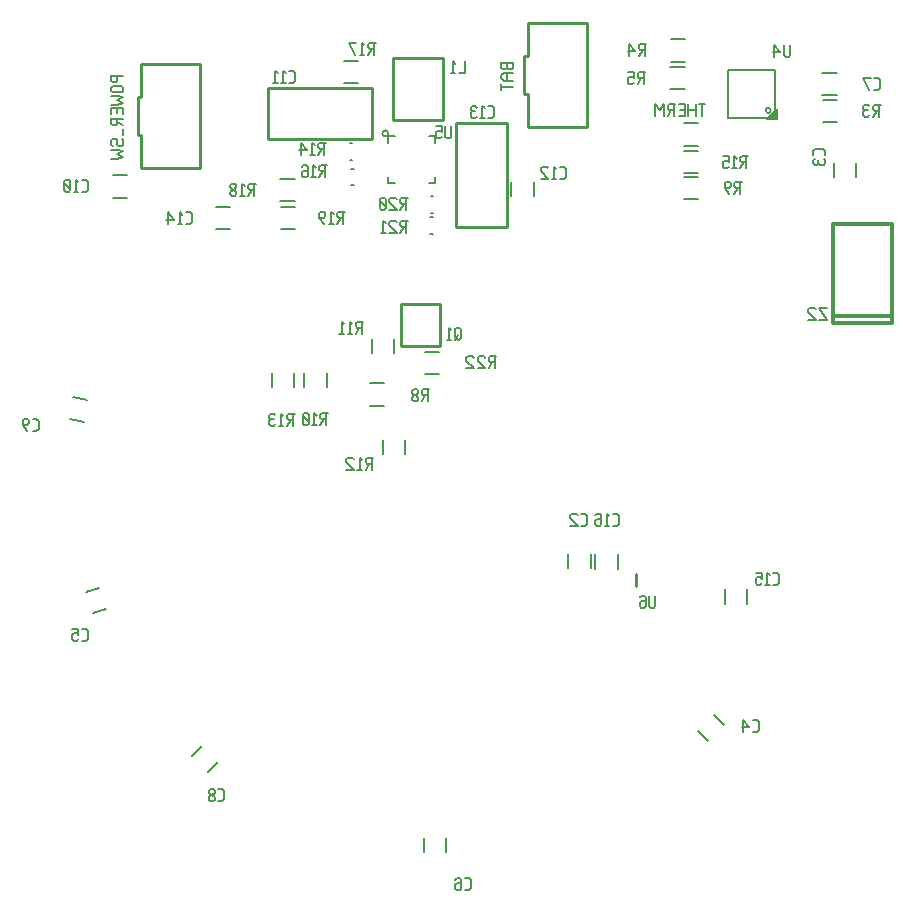
<source format=gbr>
G04 start of page 9 for group -4078 idx -4078 *
G04 Title: (unknown), bottomsilk *
G04 Creator: pcb 4.2.0 *
G04 CreationDate: Sun Feb  2 22:12:39 2020 UTC *
G04 For: blinken *
G04 Format: Gerber/RS-274X *
G04 PCB-Dimensions (mm): 90.16 90.16 *
G04 PCB-Coordinate-Origin: lower left *
%MOMM*%
%FSLAX43Y43*%
%LNBOTTOMSILK*%
%ADD82C,0.200*%
%ADD81C,0.198*%
%ADD80C,0.127*%
%ADD79C,0.300*%
%ADD78C,0.155*%
%ADD77C,0.203*%
%ADD76C,0.254*%
%ADD75C,0.250*%
G54D75*X56430Y41680D02*Y40700D01*
X56440Y40690D01*
G54D76*X47290Y79550D02*X52290D01*
X47290Y88350D02*X52290D01*
Y79550D01*
X47290Y88350D02*Y85550D01*
X46990D02*X47290D01*
X46990D02*Y82350D01*
X47290D01*
Y79550D01*
G54D77*X52998Y43359D02*Y42159D01*
X54898Y43359D02*Y42159D01*
X50714Y43363D02*Y42163D01*
X52614Y43363D02*Y42163D01*
G54D76*X41240Y79850D02*X45540D01*
X41240D02*Y71050D01*
X45540D01*
Y79850D02*Y71050D01*
G54D77*X45870Y74870D02*Y73670D01*
X47770Y74870D02*Y73670D01*
X39040Y71900D02*X39240D01*
X39040Y70500D02*X39240D01*
X39050Y72300D02*X39250D01*
X39050Y73700D02*X39250D01*
X32340Y76020D02*X32540D01*
X32340Y74620D02*X32540D01*
G54D76*X40107Y85397D02*Y80097D01*
X35907Y85397D02*X40107D01*
X35907D02*Y80097D01*
X40107D01*
G54D78*X38895Y74760D02*X39460D01*
Y75325D02*Y74760D01*
X35460D02*X36025D01*
X35460Y75325D02*Y74760D01*
X39460Y78760D02*Y78195D01*
X38895Y78760D02*X39460D01*
X35460D02*Y78195D01*
Y78760D02*X36025D01*
X35210Y79260D02*G75*G03X35210Y79260I0J-250D01*G01*
G54D77*X31689Y85138D02*X32889D01*
X31689Y83239D02*X32889D01*
G54D76*X14570Y76050D02*X19570D01*
X14570Y84850D02*X19570D01*
Y76050D01*
X14570Y84850D02*Y82050D01*
X14270D02*X14570D01*
X14270D02*Y78850D01*
X14570D01*
Y76050D01*
X25309Y78562D02*Y82862D01*
Y78562D02*X34109D01*
Y82862D01*
X25309D02*X34109D01*
G54D77*X32240Y78150D02*X32440D01*
X32240Y76750D02*X32440D01*
X20876Y70895D02*X22076D01*
X20876Y72795D02*X22076D01*
X26374Y72781D02*X27574D01*
X26374Y70881D02*X27574D01*
X26344Y75157D02*X27544D01*
X26344Y73257D02*X27544D01*
X12170Y73548D02*X13370D01*
X12170Y75448D02*X13370D01*
G54D76*X36586Y61041D02*Y64572D01*
X39838D01*
Y61041D01*
X36586D01*
G54D77*X34095Y61592D02*Y60392D01*
X35995Y61592D02*Y60392D01*
X38475Y19348D02*Y18148D01*
X40375Y19348D02*X40375Y18148D01*
X33948Y57825D02*X35148D01*
X33948Y55925D02*X35148D01*
X30254Y58718D02*Y57518D01*
X28354Y58718D02*Y57518D01*
X25584Y58691D02*Y57491D01*
X27484Y58691D02*Y57491D01*
X36916Y53065D02*Y51865D01*
X35016Y53065D02*Y51865D01*
X10000Y56453D02*X8818Y56661D01*
X9670Y54582D02*X8488Y54790D01*
X19707Y27162D02*X18858Y26314D01*
X21050Y25819D02*X20202Y24970D01*
X9849Y40165D02*X10990Y40536D01*
X10436Y38358D02*X11577Y38729D01*
X38601Y60524D02*X39801D01*
X38601Y58624D02*X39801D01*
X65841Y40390D02*Y39191D01*
X63941Y40390D02*Y39191D01*
X61729Y28416D02*X62577Y27567D01*
X63072Y29759D02*X63920Y28910D01*
G54D79*X78080Y71360D02*Y62960D01*
X73140Y71360D02*X78080D01*
X73140D02*Y62960D01*
X78080D01*
X73140Y63560D02*X78080D01*
G54D77*X72234Y84113D02*X73434D01*
X72234Y82214D02*X73434D01*
X72243Y81861D02*X73443D01*
X72243Y79962D02*X73443D01*
X73192Y76486D02*Y75286D01*
X75092Y76486D02*Y75286D01*
X59380Y86981D02*X60580D01*
X59380Y85081D02*X60580D01*
X59363Y84660D02*X60563D01*
X59363Y82760D02*X60563D01*
G54D80*X67541Y80240D02*X68341Y81040D01*
Y80240D01*
X67541D02*X68341D01*
X68239Y80839D02*X67741Y80341D01*
X68239Y80740D02*X67840Y80341D01*
X67939D01*
X68239Y80641D01*
Y80539D01*
X68041Y80341D01*
X68239Y80839D02*Y80641D01*
Y80941D02*Y80740D01*
Y84339D02*Y80341D01*
X64241Y84339D02*X68239D01*
X64241D02*Y80341D01*
X68239D01*
G54D81*X67865Y80943D02*G75*G03X67865Y80943I-223J0D01*G01*
G54D77*X60508Y75327D02*X61708D01*
X60508Y73427D02*X61708D01*
X60524Y75607D02*X61723D01*
X60524Y77507D02*X61723D01*
X60506Y77971D02*X61706D01*
X60506Y79871D02*X61706D01*
G54D82*X18316Y71306D02*X18646D01*
X18824Y71484D02*X18646Y71306D01*
X18824Y71484D02*Y72144D01*
X18646Y72322D01*
X18316D02*X18646D01*
X18011Y72118D02*X17808Y72322D01*
Y71306D02*Y72322D01*
X17630Y71306D02*X18011D01*
X17325Y71687D02*X16817Y72322D01*
X16690Y71687D02*X17325D01*
X16817Y71306D02*Y72322D01*
X9522Y74052D02*X9853D01*
X10030Y74230D02*X9853Y74052D01*
X10030Y74230D02*Y74890D01*
X9853Y75068D01*
X9522D02*X9853D01*
X9218Y74865D02*X9014Y75068D01*
Y74052D02*Y75068D01*
X8837Y74052D02*X9218D01*
X8532Y74179D02*X8405Y74052D01*
X8532Y74179D02*Y74941D01*
X8405Y75068D01*
X8151D02*X8405D01*
X8151D02*X8024Y74941D01*
Y74179D02*Y74941D01*
X8151Y74052D02*X8024Y74179D01*
X8151Y74052D02*X8405D01*
X8532Y74306D02*X8024Y74814D01*
X12024Y83823D02*X13040D01*
X12024Y83442D02*Y83950D01*
Y83442D02*X12151Y83315D01*
X12405D01*
X12532Y83442D02*X12405Y83315D01*
X12532Y83442D02*Y83823D01*
X12151Y83010D02*X12913D01*
X12151D02*X12024Y82883D01*
Y82629D02*Y82883D01*
Y82629D02*X12151Y82502D01*
X12913D01*
X13040Y82629D02*X12913Y82502D01*
X13040Y82629D02*Y82883D01*
X12913Y83010D02*X13040Y82883D01*
X12024Y82197D02*X12532D01*
X13040Y82070D01*
X12532Y81816D01*
X13040Y81562D01*
X12532Y81435D01*
X12024D02*X12532D01*
X12481Y80750D02*Y81131D01*
X13040Y80623D02*Y81131D01*
X12024D02*X13040D01*
X12024Y80623D02*Y81131D01*
Y79810D02*Y80318D01*
Y79810D02*X12151Y79683D01*
X12405D01*
X12532Y79810D02*X12405Y79683D01*
X12532Y79810D02*Y80191D01*
X12024D02*X13040D01*
X12532Y79988D02*X13040Y79683D01*
Y78870D02*Y79378D01*
X12024Y78057D02*X12151Y77930D01*
X12024Y78057D02*Y78438D01*
X12151Y78565D02*X12024Y78438D01*
X12151Y78565D02*X12405D01*
X12532Y78438D01*
Y78057D02*Y78438D01*
Y78057D02*X12659Y77930D01*
X12913D01*
X13040Y78057D02*X12913Y77930D01*
X13040Y78057D02*Y78438D01*
X12913Y78565D02*X13040Y78438D01*
X12024Y77625D02*X12532D01*
X13040Y77498D01*
X12532Y77244D01*
X13040Y76990D01*
X12532Y76863D01*
X12024D02*X12532D01*
X41975Y14935D02*X42305D01*
X42483Y15113D02*X42305Y14935D01*
X42483Y15113D02*Y15773D01*
X42305Y15951D01*
X41975D02*X42305D01*
X41289D02*X41162Y15824D01*
X41289Y15951D02*X41543D01*
X41670Y15824D02*X41543Y15951D01*
X41670Y15062D02*Y15824D01*
Y15062D02*X41543Y14935D01*
X41289Y15494D02*X41162Y15367D01*
X41289Y15494D02*X41670D01*
X41289Y14935D02*X41543D01*
X41289D02*X41162Y15062D01*
Y15367D01*
X27083Y83288D02*X27413D01*
X27591Y83466D02*X27413Y83288D01*
X27591Y83466D02*Y84126D01*
X27413Y84304D01*
X27083D02*X27413D01*
X26778Y84101D02*X26575Y84304D01*
Y83288D02*Y84304D01*
X26397Y83288D02*X26778D01*
X26092Y84101D02*X25889Y84304D01*
Y83288D02*Y84304D01*
X25711Y83288D02*X26092D01*
X41950Y84090D02*Y85106D01*
X41442Y84090D02*X41950D01*
X41137Y84903D02*X40934Y85106D01*
Y84090D02*Y85106D01*
X40756Y84090D02*X41137D01*
X33881Y86685D02*X34389D01*
X33881D02*X33754Y86558D01*
Y86304D02*Y86558D01*
X33881Y86177D02*X33754Y86304D01*
X33881Y86177D02*X34262D01*
Y85669D02*Y86685D01*
X34059Y86177D02*X33754Y85669D01*
X33449Y86481D02*X33246Y86685D01*
Y85669D02*Y86685D01*
X33068Y85669D02*X33449D01*
X32636D02*X32128Y86685D01*
X32763D01*
X40800Y78707D02*Y79596D01*
Y78707D02*X40673Y78580D01*
X40419D02*X40673D01*
X40419D02*X40292Y78707D01*
Y79596D01*
X39479D02*X39987D01*
Y79088D02*Y79596D01*
Y79088D02*X39860Y79215D01*
X39606D02*X39860D01*
X39606D02*X39479Y79088D01*
Y78707D02*Y79088D01*
X39606Y78580D02*X39479Y78707D01*
X39606Y78580D02*X39860D01*
X39987Y78707D02*X39860Y78580D01*
X29668Y78193D02*X30176D01*
X29668D02*X29541Y78066D01*
Y77812D02*Y78066D01*
X29668Y77685D02*X29541Y77812D01*
X29668Y77685D02*X30049D01*
Y77177D02*Y78193D01*
X29846Y77685D02*X29541Y77177D01*
X29236Y77990D02*X29033Y78193D01*
Y77177D02*Y78193D01*
X28855Y77177D02*X29236D01*
X28550Y77558D02*X28042Y78193D01*
X27915Y77558D02*X28550D01*
X28042Y77177D02*Y78193D01*
X36612Y71616D02*X37120D01*
X36612D02*X36485Y71489D01*
Y71235D02*Y71489D01*
X36612Y71108D02*X36485Y71235D01*
X36612Y71108D02*X36993D01*
Y70600D02*Y71616D01*
X36790Y71108D02*X36485Y70600D01*
X36180Y71489D02*X36053Y71616D01*
X35672D02*X36053D01*
X35672D02*X35545Y71489D01*
Y71235D02*Y71489D01*
X36180Y70600D02*X35545Y71235D01*
Y70600D02*X36180D01*
X35240Y71413D02*X35037Y71616D01*
Y70600D02*Y71616D01*
X34859Y70600D02*X35240D01*
X31266Y72377D02*X31774D01*
X31266D02*X31139Y72250D01*
Y71996D02*Y72250D01*
X31266Y71869D02*X31139Y71996D01*
X31266Y71869D02*X31647D01*
Y71361D02*Y72377D01*
X31444Y71869D02*X31139Y71361D01*
X30834Y72174D02*X30631Y72377D01*
Y71361D02*Y72377D01*
X30453Y71361D02*X30834D01*
X30022D02*X29641Y71869D01*
Y72250D01*
X29768Y72377D02*X29641Y72250D01*
X29768Y72377D02*X30022D01*
X30149Y72250D02*X30022Y72377D01*
X30149Y71996D02*Y72250D01*
Y71996D02*X30022Y71869D01*
X29641D02*X30022D01*
X36632Y73546D02*X37140D01*
X36632D02*X36505Y73419D01*
Y73165D02*Y73419D01*
X36632Y73038D02*X36505Y73165D01*
X36632Y73038D02*X37013D01*
Y72530D02*Y73546D01*
X36810Y73038D02*X36505Y72530D01*
X36200Y73419D02*X36073Y73546D01*
X35692D02*X36073D01*
X35692D02*X35565Y73419D01*
Y73165D02*Y73419D01*
X36200Y72530D02*X35565Y73165D01*
Y72530D02*X36200D01*
X35260Y72657D02*X35133Y72530D01*
X35260Y72657D02*Y73419D01*
X35133Y73546D01*
X34879D02*X35133D01*
X34879D02*X34752Y73419D01*
Y72657D02*Y73419D01*
X34879Y72530D02*X34752Y72657D01*
X34879Y72530D02*X35133D01*
X35260Y72784D02*X34752Y73292D01*
X29752Y76296D02*X30260D01*
X29752D02*X29625Y76169D01*
Y75915D02*Y76169D01*
X29752Y75788D02*X29625Y75915D01*
X29752Y75788D02*X30133D01*
Y75280D02*Y76296D01*
X29930Y75788D02*X29625Y75280D01*
X29320Y76093D02*X29117Y76296D01*
Y75280D02*Y76296D01*
X28939Y75280D02*X29320D01*
X28253Y76296D02*X28126Y76169D01*
X28253Y76296D02*X28507D01*
X28634Y76169D02*X28507Y76296D01*
X28634Y75407D02*Y76169D01*
Y75407D02*X28507Y75280D01*
X28253Y75839D02*X28126Y75712D01*
X28253Y75839D02*X28634D01*
X28253Y75280D02*X28507D01*
X28253D02*X28126Y75407D01*
Y75712D01*
X43932Y80300D02*X44262D01*
X44440Y80478D02*X44262Y80300D01*
X44440Y80478D02*Y81138D01*
X44262Y81316D01*
X43932D02*X44262D01*
X43627Y81113D02*X43424Y81316D01*
Y80300D02*Y81316D01*
X43246Y80300D02*X43627D01*
X42941Y81189D02*X42814Y81316D01*
X42560D02*X42814D01*
X42560D02*X42433Y81189D01*
X42560Y80300D02*X42433Y80427D01*
X42560Y80300D02*X42814D01*
X42941Y80427D02*X42814Y80300D01*
X42560Y80859D02*X42814D01*
X42433Y80986D02*Y81189D01*
Y80427D02*Y80732D01*
X42560Y80859D01*
X42433Y80986D02*X42560Y80859D01*
X50002Y75170D02*X50332D01*
X50510Y75348D02*X50332Y75170D01*
X50510Y75348D02*Y76009D01*
X50332Y76186D01*
X50002D02*X50332D01*
X49697Y75983D02*X49494Y76186D01*
Y75170D02*Y76186D01*
X49316Y75170D02*X49697D01*
X49012Y76059D02*X48885Y76186D01*
X48504D02*X48885D01*
X48504D02*X48377Y76059D01*
Y75805D02*Y76059D01*
X49012Y75170D02*X48377Y75805D01*
Y75170D02*X49012D01*
X23736Y74753D02*X24244D01*
X23736D02*X23609Y74626D01*
Y74372D02*Y74626D01*
X23736Y74245D02*X23609Y74372D01*
X23736Y74245D02*X24117D01*
Y73737D02*Y74753D01*
X23914Y74245D02*X23609Y73737D01*
X23304Y74550D02*X23101Y74753D01*
Y73737D02*Y74753D01*
X22923Y73737D02*X23304D01*
X22618Y73864D02*X22491Y73737D01*
X22618Y73864D02*Y74067D01*
X22440Y74245D01*
X22288D02*X22440D01*
X22288D02*X22110Y74067D01*
Y73864D02*Y74067D01*
X22237Y73737D02*X22110Y73864D01*
X22237Y73737D02*X22491D01*
X22618Y74422D02*X22440Y74245D01*
X22618Y74422D02*Y74626D01*
X22491Y74753D01*
X22237D02*X22491D01*
X22237D02*X22110Y74626D01*
Y74422D02*Y74626D01*
X22288Y74245D02*X22110Y74422D01*
X46060Y84542D02*Y85050D01*
Y84542D02*X45933Y84415D01*
X45628D02*X45933D01*
X45501Y84542D02*X45628Y84415D01*
X45501Y84542D02*Y84923D01*
X45044D02*X46060D01*
X45044Y84542D02*Y85050D01*
Y84542D02*X45171Y84415D01*
X45374D01*
X45501Y84542D02*X45374Y84415D01*
X45298Y84110D02*X46060D01*
X45298D02*X45044Y83932D01*
Y83653D02*Y83932D01*
Y83653D02*X45298Y83475D01*
X46060D01*
X45552D02*Y84110D01*
X45044Y82662D02*Y83170D01*
Y82916D02*X46060D01*
X21065Y22475D02*X21395D01*
X21573Y22653D02*X21395Y22475D01*
X21573Y22653D02*Y23313D01*
X21395Y23491D01*
X21065D02*X21395D01*
X20760Y22602D02*X20633Y22475D01*
X20760Y22602D02*Y22805D01*
X20582Y22983D01*
X20430D02*X20582D01*
X20430D02*X20252Y22805D01*
Y22602D02*Y22805D01*
X20379Y22475D02*X20252Y22602D01*
X20379Y22475D02*X20633D01*
X20760Y23161D02*X20582Y22983D01*
X20760Y23161D02*Y23364D01*
X20633Y23491D01*
X20379D02*X20633D01*
X20379D02*X20252Y23364D01*
Y23161D02*Y23364D01*
X20430Y22983D02*X20252Y23161D01*
X9524Y36045D02*X9855D01*
X10032Y36223D02*X9855Y36045D01*
X10032Y36223D02*Y36883D01*
X9855Y37061D01*
X9524D02*X9855D01*
X8712D02*X9220D01*
Y36553D02*Y37061D01*
Y36553D02*X9093Y36680D01*
X8839D02*X9093D01*
X8839D02*X8712Y36553D01*
Y36172D02*Y36553D01*
X8839Y36045D02*X8712Y36172D01*
X8839Y36045D02*X9093D01*
X9220Y36172D02*X9093Y36045D01*
X5355Y53809D02*X5685D01*
X5863Y53987D02*X5685Y53809D01*
X5863Y53987D02*Y54647D01*
X5685Y54825D01*
X5355D02*X5685D01*
X4923Y53809D02*X4542Y54317D01*
Y54698D01*
X4669Y54825D02*X4542Y54698D01*
X4669Y54825D02*X4923D01*
X5050Y54698D02*X4923Y54825D01*
X5050Y54444D02*Y54698D01*
Y54444D02*X4923Y54317D01*
X4542D02*X4923D01*
X29834Y55310D02*X30342D01*
X29834D02*X29708Y55183D01*
Y54929D02*Y55183D01*
X29834Y54802D02*X29708Y54929D01*
X29834Y54802D02*X30216D01*
Y54294D02*Y55310D01*
X30012Y54802D02*X29708Y54294D01*
X29403Y55107D02*X29199Y55310D01*
Y54294D02*Y55310D01*
X29022Y54294D02*X29403D01*
X28717Y54421D02*X28590Y54294D01*
X28717Y54421D02*Y55183D01*
X28590Y55310D01*
X28336D02*X28590D01*
X28336D02*X28209Y55183D01*
Y54421D02*Y55183D01*
X28336Y54294D02*X28209Y54421D01*
X28336Y54294D02*X28590D01*
X28717Y54548D02*X28209Y55056D01*
X27023Y55273D02*X27531D01*
X27023D02*X26896Y55146D01*
Y54892D02*Y55146D01*
X27023Y54765D02*X26896Y54892D01*
X27023Y54765D02*X27404D01*
Y54257D02*Y55273D01*
X27200Y54765D02*X26896Y54257D01*
X26591Y55069D02*X26388Y55273D01*
Y54257D02*Y55273D01*
X26210Y54257D02*X26591D01*
X25905Y55146D02*X25778Y55273D01*
X25524D02*X25778D01*
X25524D02*X25397Y55146D01*
X25524Y54257D02*X25397Y54384D01*
X25524Y54257D02*X25778D01*
X25905Y54384D02*X25778Y54257D01*
X25524Y54815D02*X25778D01*
X25397Y54942D02*Y55146D01*
Y54384D02*Y54688D01*
X25524Y54815D01*
X25397Y54942D02*X25524Y54815D01*
X54481Y45782D02*X54811D01*
X54989Y45960D02*X54811Y45782D01*
X54989Y45960D02*Y46620D01*
X54811Y46798D01*
X54481D02*X54811D01*
X54176Y46595D02*X53973Y46798D01*
Y45782D02*Y46798D01*
X53795Y45782D02*X54176D01*
X53109Y46798D02*X52982Y46671D01*
X53109Y46798D02*X53363D01*
X53490Y46671D02*X53363Y46798D01*
X53490Y45909D02*Y46671D01*
Y45909D02*X53363Y45782D01*
X53109Y46341D02*X52982Y46214D01*
X53109Y46341D02*X53490D01*
X53109Y45782D02*X53363D01*
X53109D02*X52982Y45909D01*
Y46214D01*
X51800Y45764D02*X52130D01*
X52308Y45942D02*X52130Y45764D01*
X52308Y45942D02*Y46602D01*
X52130Y46780D01*
X51800D02*X52130D01*
X51495Y46653D02*X51368Y46780D01*
X50987D02*X51368D01*
X50987D02*X50860Y46653D01*
Y46399D02*Y46653D01*
X51495Y45764D02*X50860Y46399D01*
Y45764D02*X51495D01*
X44093Y60120D02*X44601D01*
X44093D02*X43966Y59993D01*
Y59739D02*Y59993D01*
X44093Y59612D02*X43966Y59739D01*
X44093Y59612D02*X44474D01*
Y59104D02*Y60120D01*
X44271Y59612D02*X43966Y59104D01*
X43661Y59993D02*X43534Y60120D01*
X43153D02*X43534D01*
X43153D02*X43026Y59993D01*
Y59739D02*Y59993D01*
X43661Y59104D02*X43026Y59739D01*
Y59104D02*X43661D01*
X42721Y59993D02*X42594Y60120D01*
X42213D02*X42594D01*
X42213D02*X42086Y59993D01*
Y59739D02*Y59993D01*
X42721Y59104D02*X42086Y59739D01*
Y59104D02*X42721D01*
X38440Y57321D02*X38948D01*
X38440D02*X38313Y57194D01*
Y56940D02*Y57194D01*
X38440Y56813D02*X38313Y56940D01*
X38440Y56813D02*X38821D01*
Y56305D02*Y57321D01*
X38618Y56813D02*X38313Y56305D01*
X38008Y56432D02*X37881Y56305D01*
X38008Y56432D02*Y56635D01*
X37830Y56813D01*
X37678D02*X37830D01*
X37678D02*X37500Y56635D01*
Y56432D02*Y56635D01*
X37627Y56305D02*X37500Y56432D01*
X37627Y56305D02*X37881D01*
X38008Y56991D02*X37830Y56813D01*
X38008Y56991D02*Y57194D01*
X37881Y57321D01*
X37627D02*X37881D01*
X37627D02*X37500Y57194D01*
Y56991D02*Y57194D01*
X37678Y56813D02*X37500Y56991D01*
X41619Y61663D02*Y62425D01*
X41492Y62552D01*
X41238D02*X41492D01*
X41238D02*X41111Y62425D01*
Y61790D02*Y62425D01*
X41365Y61536D02*X41111Y61790D01*
X41365Y61536D02*X41492D01*
X41619Y61663D02*X41492Y61536D01*
X41365Y61917D02*X41111Y61536D01*
X40806Y62349D02*X40603Y62552D01*
Y61536D02*Y62552D01*
X40425Y61536D02*X40806D01*
X33677Y51553D02*X34185D01*
X33677D02*X33550Y51426D01*
Y51172D02*Y51426D01*
X33677Y51045D02*X33550Y51172D01*
X33677Y51045D02*X34058D01*
Y50537D02*Y51553D01*
X33855Y51045D02*X33550Y50537D01*
X33245Y51349D02*X33042Y51553D01*
Y50537D02*Y51553D01*
X32864Y50537D02*X33245D01*
X32559Y51426D02*X32432Y51553D01*
X32051D02*X32432D01*
X32051D02*X31924Y51426D01*
Y51172D02*Y51426D01*
X32559Y50537D02*X31924Y51172D01*
Y50537D02*X32559D01*
X58090Y38957D02*Y39846D01*
Y38957D02*X57963Y38830D01*
X57709D02*X57963D01*
X57709D02*X57582Y38957D01*
Y39846D01*
X56896D02*X56769Y39719D01*
X56896Y39846D02*X57150D01*
X57277Y39719D02*X57150Y39846D01*
X57277Y38957D02*Y39719D01*
Y38957D02*X57150Y38830D01*
X56896Y39389D02*X56769Y39262D01*
X56896Y39389D02*X57277D01*
X56896Y38830D02*X57150D01*
X56896D02*X56769Y38957D01*
Y39262D01*
X32834Y63052D02*X33342D01*
X32834D02*X32707Y62924D01*
Y62670D02*Y62924D01*
X32834Y62544D02*X32707Y62670D01*
X32834Y62544D02*X33215D01*
Y62036D02*Y63052D01*
X33012Y62544D02*X32707Y62036D01*
X32402Y62848D02*X32199Y63052D01*
Y62036D02*Y63052D01*
X32021Y62036D02*X32402D01*
X31717Y62848D02*X31513Y63052D01*
Y62036D02*Y63052D01*
X31336Y62036D02*X31717D01*
X68062Y40782D02*X68392D01*
X68570Y40959D02*X68392Y40782D01*
X68570Y40959D02*Y41620D01*
X68392Y41798D01*
X68062D02*X68392D01*
X67757Y41594D02*X67554Y41798D01*
Y40782D02*Y41798D01*
X67376Y40782D02*X67757D01*
X66563Y41798D02*X67071D01*
Y41290D02*Y41798D01*
Y41290D02*X66944Y41417D01*
X66690D02*X66944D01*
X66690D02*X66563Y41290D01*
Y40909D02*Y41290D01*
X66690Y40782D02*X66563Y40909D01*
X66690Y40782D02*X66944D01*
X67071Y40909D02*X66944Y40782D01*
X66341Y28339D02*X66671D01*
X66849Y28517D02*X66671Y28339D01*
X66849Y28517D02*Y29177D01*
X66671Y29355D01*
X66341D02*X66671D01*
X66036Y28720D02*X65528Y29355D01*
X65401Y28720D02*X66036D01*
X65528Y28339D02*Y29355D01*
X76636Y82674D02*X76966D01*
X77144Y82851D02*X76966Y82674D01*
X77144Y82851D02*Y83512D01*
X76966Y83690D01*
X76636D02*X76966D01*
X76204Y82674D02*X75696Y83690D01*
X76331D01*
X76645Y81438D02*X77153D01*
X76645D02*X76518Y81311D01*
Y81057D02*Y81311D01*
X76645Y80930D02*X76518Y81057D01*
X76645Y80930D02*X77026D01*
Y80422D02*Y81438D01*
X76823Y80930D02*X76518Y80422D01*
X76213Y81311D02*X76086Y81438D01*
X75832D02*X76086D01*
X75832D02*X75705Y81311D01*
X75832Y80422D02*X75705Y80549D01*
X75832Y80422D02*X76086D01*
X76213Y80549D02*X76086Y80422D01*
X75832Y80980D02*X76086D01*
X75705Y81107D02*Y81311D01*
Y80549D02*Y80853D01*
X75832Y80980D01*
X75705Y81107D02*X75832Y80980D01*
X56822Y86577D02*X57330D01*
X56822D02*X56695Y86450D01*
Y86196D02*Y86450D01*
X56822Y86069D02*X56695Y86196D01*
X56822Y86069D02*X57203D01*
Y85561D02*Y86577D01*
X56999Y86069D02*X56695Y85561D01*
X56390Y85942D02*X55882Y86577D01*
X55755Y85942D02*X56390D01*
X55882Y85561D02*Y86577D01*
X69490Y85598D02*Y86487D01*
Y85598D02*X69363Y85471D01*
X69109D02*X69363D01*
X69109D02*X68982Y85598D01*
Y86487D01*
X68677Y85852D02*X68169Y86487D01*
X68042Y85852D02*X68677D01*
X68169Y85471D02*Y86487D01*
X56705Y84156D02*X57213D01*
X56705D02*X56578Y84029D01*
Y83775D02*Y84029D01*
X56705Y83648D02*X56578Y83775D01*
X56705Y83648D02*X57086D01*
Y83140D02*Y84156D01*
X56883Y83648D02*X56578Y83140D01*
X55765Y84156D02*X56273D01*
Y83648D02*Y84156D01*
Y83648D02*X56146Y83775D01*
X55892D02*X56146D01*
X55892D02*X55765Y83648D01*
Y83267D02*Y83648D01*
X55892Y83140D02*X55765Y83267D01*
X55892Y83140D02*X56146D01*
X56273Y83267D02*X56146Y83140D01*
X61820Y81464D02*X62328D01*
X62074Y80448D02*Y81464D01*
X61515Y80448D02*Y81464D01*
X60880Y80448D02*Y81464D01*
Y80956D02*X61515D01*
X60194Y81007D02*X60575D01*
X60067Y80448D02*X60575D01*
Y81464D01*
X60067D02*X60575D01*
X59255D02*X59763D01*
X59255D02*X59128Y81337D01*
Y81083D02*Y81337D01*
X59255Y80956D02*X59128Y81083D01*
X59255Y80956D02*X59636D01*
Y80448D02*Y81464D01*
X59432Y80956D02*X59128Y80448D01*
X58823D02*Y81464D01*
X58442Y80956D01*
X58061Y81464D01*
Y80448D02*Y81464D01*
X71965Y64246D02*X72600D01*
Y63230D02*X71965Y64246D01*
Y63230D02*X72600D01*
X71660Y64119D02*X71533Y64246D01*
X71152D02*X71533D01*
X71152D02*X71025Y64119D01*
Y63865D02*Y64119D01*
X71660Y63230D02*X71025Y63865D01*
Y63230D02*X71660D01*
X64900Y74924D02*X65408D01*
X64900D02*X64773Y74796D01*
Y74542D02*Y74796D01*
X64900Y74416D02*X64773Y74542D01*
X64900Y74416D02*X65281D01*
Y73908D02*Y74924D01*
X65078Y74416D02*X64773Y73908D01*
X64341D02*X63960Y74416D01*
Y74796D01*
X64087Y74924D02*X63960Y74796D01*
X64087Y74924D02*X64341D01*
X64468Y74796D02*X64341Y74924D01*
X64468Y74542D02*Y74796D01*
Y74542D02*X64341Y74416D01*
X63960D02*X64341D01*
X65419Y77059D02*X65927D01*
X65419D02*X65292Y76932D01*
Y76678D02*Y76932D01*
X65419Y76551D02*X65292Y76678D01*
X65419Y76551D02*X65800D01*
Y76043D02*Y77059D01*
X65596Y76551D02*X65292Y76043D01*
X64987Y76856D02*X64784Y77059D01*
Y76043D02*Y77059D01*
X64606Y76043D02*X64987D01*
X63793Y77059D02*X64301D01*
Y76551D02*Y77059D01*
Y76551D02*X64174Y76678D01*
X63920D02*X64174D01*
X63920D02*X63793Y76551D01*
Y76170D02*Y76551D01*
X63920Y76043D02*X63793Y76170D01*
X63920Y76043D02*X64174D01*
X64301Y76170D02*X64174Y76043D01*
X72450Y77142D02*Y77472D01*
X72272Y77650D02*X72450Y77472D01*
X71612Y77650D02*X72272D01*
X71612D02*X71434Y77472D01*
Y77142D02*Y77472D01*
X71561Y76837D02*X71434Y76710D01*
Y76456D02*Y76710D01*
Y76456D02*X71561Y76329D01*
X72450Y76456D02*X72323Y76329D01*
X72450Y76456D02*Y76710D01*
X72323Y76837D02*X72450Y76710D01*
X71891Y76456D02*Y76710D01*
X71561Y76329D02*X71764D01*
X72018D02*X72323D01*
X72018D02*X71891Y76456D01*
X71764Y76329D02*X71891Y76456D01*
M02*

</source>
